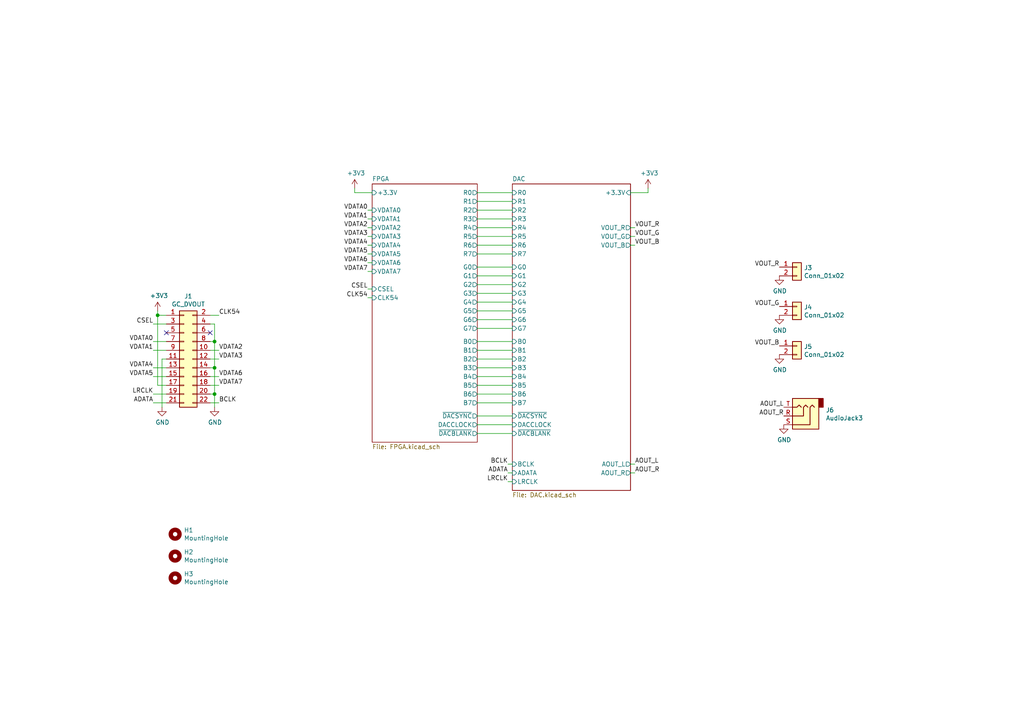
<source format=kicad_sch>
(kicad_sch (version 20231120) (generator "eeschema") (generator_version "8.0")
  (paper "A4")
  (lib_symbols
    (symbol "Connector:AudioJack3"
      (property "Reference" "J" (at 0 8.89 0))
      (property "Value" "AudioJack3" (at 0 6.35 0))
      (symbol "AudioJack3_0_1"
        (rectangle (start -5.08 -5.08) (end -6.35 -2.54) (stroke (width 0.254)) (fill (type outline)))
        (polyline (pts (xy 0 -2.54) (xy 0.635 -3.175) (xy 1.27 -2.54) (xy 2.54 -2.54)) (stroke (width 0.254)))
        (polyline (pts (xy -1.905 -2.54) (xy -1.27 -3.175) (xy -0.635 -2.54) (xy -0.635 0) (xy 2.54 0)) (stroke (width 0.254)))
        (polyline (pts (xy 2.54 2.54) (xy -2.54 2.54) (xy -2.54 -2.54) (xy -3.175 -3.175) (xy -3.81 -2.54)) (stroke (width 0.254)))
        (rectangle (start 2.54 3.81) (end -5.08 -5.08) (stroke (width 0.254)) (fill (type background)))
      )
      (symbol "AudioJack3_1_1"
        (pin passive line (at 5.08 0 180) (length 2.54) (name "~") (number "R"))
        (pin passive line (at 5.08 2.54 180) (length 2.54) (name "~") (number "S"))
        (pin passive line (at 5.08 -2.54 180) (length 2.54) (name "~") (number "T"))
      )
    )
    (symbol "Connector_Generic:Conn_01x02" (pin_names (offset 1.016) hide)
      (property "Reference" "J" (at 0 2.54 0))
      (property "Value" "Conn_01x02" (at 0 -5.08 0))
      (symbol "Conn_01x02_1_1"
        (rectangle (start -1.27 -2.413) (end 0 -2.667) (stroke (width 0.1524)))
        (rectangle (start -1.27 0.127) (end 0 -0.127) (stroke (width 0.1524)))
        (rectangle (start -1.27 1.27) (end 1.27 -3.81) (stroke (width 0.254)) (fill (type background)))
        (pin passive line (at -5.08 0 0) (length 3.81) (name "Pin_1") (number "1"))
        (pin passive line (at -5.08 -2.54 0) (length 3.81) (name "Pin_2") (number "2"))
      )
    )
    (symbol "Connector_Generic:Conn_02x11_Odd_Even" (pin_names (offset 1.016) hide)
      (property "Reference" "J" (at 1.27 15.24 0))
      (property "Value" "Conn_02x11_Odd_Even" (at 1.27 -15.24 0))
      (symbol "Conn_02x11_Odd_Even_1_1"
        (rectangle (start -1.27 -12.573) (end 0 -12.827) (stroke (width 0.1524)))
        (rectangle (start -1.27 -10.033) (end 0 -10.287) (stroke (width 0.1524)))
        (rectangle (start -1.27 -7.493) (end 0 -7.747) (stroke (width 0.1524)))
        (rectangle (start -1.27 -4.953) (end 0 -5.207) (stroke (width 0.1524)))
        (rectangle (start -1.27 -2.413) (end 0 -2.667) (stroke (width 0.1524)))
        (rectangle (start -1.27 0.127) (end 0 -0.127) (stroke (width 0.1524)))
        (rectangle (start -1.27 2.667) (end 0 2.413) (stroke (width 0.1524)))
        (rectangle (start -1.27 5.207) (end 0 4.953) (stroke (width 0.1524)))
        (rectangle (start -1.27 7.747) (end 0 7.493) (stroke (width 0.1524)))
        (rectangle (start -1.27 10.287) (end 0 10.033) (stroke (width 0.1524)))
        (rectangle (start -1.27 12.827) (end 0 12.573) (stroke (width 0.1524)))
        (rectangle (start -1.27 13.97) (end 3.81 -13.97) (stroke (width 0.254)) (fill (type background)))
        (rectangle (start 3.81 -12.573) (end 2.54 -12.827) (stroke (width 0.1524)))
        (rectangle (start 3.81 -10.033) (end 2.54 -10.287) (stroke (width 0.1524)))
        (rectangle (start 3.81 -7.493) (end 2.54 -7.747) (stroke (width 0.1524)))
        (rectangle (start 3.81 -4.953) (end 2.54 -5.207) (stroke (width 0.1524)))
        (rectangle (start 3.81 -2.413) (end 2.54 -2.667) (stroke (width 0.1524)))
        (rectangle (start 3.81 0.127) (end 2.54 -0.127) (stroke (width 0.1524)))
        (rectangle (start 3.81 2.667) (end 2.54 2.413) (stroke (width 0.1524)))
        (rectangle (start 3.81 5.207) (end 2.54 4.953) (stroke (width 0.1524)))
        (rectangle (start 3.81 7.747) (end 2.54 7.493) (stroke (width 0.1524)))
        (rectangle (start 3.81 10.287) (end 2.54 10.033) (stroke (width 0.1524)))
        (rectangle (start 3.81 12.827) (end 2.54 12.573) (stroke (width 0.1524)))
        (pin passive line (at -5.08 12.7 0) (length 3.81) (name "Pin_1") (number "1"))
        (pin passive line (at 7.62 2.54 180) (length 3.81) (name "Pin_10") (number "10"))
        (pin passive line (at -5.08 0 0) (length 3.81) (name "Pin_11") (number "11"))
        (pin passive line (at 7.62 0 180) (length 3.81) (name "Pin_12") (number "12"))
        (pin passive line (at -5.08 -2.54 0) (length 3.81) (name "Pin_13") (number "13"))
        (pin passive line (at 7.62 -2.54 180) (length 3.81) (name "Pin_14") (number "14"))
        (pin passive line (at -5.08 -5.08 0) (length 3.81) (name "Pin_15") (number "15"))
        (pin passive line (at 7.62 -5.08 180) (length 3.81) (name "Pin_16") (number "16"))
        (pin passive line (at -5.08 -7.62 0) (length 3.81) (name "Pin_17") (number "17"))
        (pin passive line (at 7.62 -7.62 180) (length 3.81) (name "Pin_18") (number "18"))
        (pin passive line (at -5.08 -10.16 0) (length 3.81) (name "Pin_19") (number "19"))
        (pin passive line (at 7.62 12.7 180) (length 3.81) (name "Pin_2") (number "2"))
        (pin passive line (at 7.62 -10.16 180) (length 3.81) (name "Pin_20") (number "20"))
        (pin passive line (at -5.08 -12.7 0) (length 3.81) (name "Pin_21") (number "21"))
        (pin passive line (at 7.62 -12.7 180) (length 3.81) (name "Pin_22") (number "22"))
        (pin passive line (at -5.08 10.16 0) (length 3.81) (name "Pin_3") (number "3"))
        (pin passive line (at 7.62 10.16 180) (length 3.81) (name "Pin_4") (number "4"))
        (pin passive line (at -5.08 7.62 0) (length 3.81) (name "Pin_5") (number "5"))
        (pin passive line (at 7.62 7.62 180) (length 3.81) (name "Pin_6") (number "6"))
        (pin passive line (at -5.08 5.08 0) (length 3.81) (name "Pin_7") (number "7"))
        (pin passive line (at 7.62 5.08 180) (length 3.81) (name "Pin_8") (number "8"))
        (pin passive line (at -5.08 2.54 0) (length 3.81) (name "Pin_9") (number "9"))
      )
    )
    (symbol "GC_Video_Adapter-rescue:+3.3V-power" (power) (pin_names (offset 0))
      (property "Value" "+3.3V-power" (at 0 3.556 0))
      (symbol "+3.3V-power_0_1"
        (polyline (pts (xy -0.762 1.27) (xy 0 2.54)))
        (polyline (pts (xy 0 0) (xy 0 2.54)))
        (polyline (pts (xy 0 2.54) (xy 0.762 1.27)))
      )
      (symbol "+3.3V-power_1_1"
        (pin power_in line (at 0 0 90) (length 0) hide (name "+3V3") (number "1"))
      )
    )
    (symbol "Mechanical:MountingHole" (pin_names (offset 1.016))
      (property "Reference" "H" (at 0 5.08 0))
      (property "Value" "MountingHole" (at 0 3.175 0))
      (symbol "MountingHole_0_1"
        (circle (center 0 0) (radius 1.27) (stroke (width 1.27)))
      )
    )
    (symbol "power:GND" (power) (pin_names (offset 0))
      (property "Value" "GND" (at 0 -3.81 0))
      (symbol "GND_0_1"
        (polyline (pts (xy 0 0) (xy 0 -1.27) (xy 1.27 -1.27) (xy 0 -2.54) (xy -1.27 -1.27) (xy 0 -1.27)))
      )
      (symbol "GND_1_1"
        (pin power_in line (at 0 0 270) (length 0) hide (name "GND") (number "1"))
      )
    )
  )
  (junction (at 62.23 99.06))
  (junction (at 62.23 114.3))
  (junction (at 45.72 91.44))
  (junction (at 62.23 106.68))
  (no_connect (at 60.96 96.52))
  (no_connect (at 48.26 96.52))
  (wire (pts (xy 138.43 125.73) (xy 148.59 125.73)))
  (wire (pts (xy 182.88 68.58) (xy 184.15 68.58)))
  (wire (pts (xy 148.59 68.58) (xy 138.43 68.58)))
  (wire (pts (xy 48.26 109.22) (xy 44.45 109.22)))
  (wire (pts (xy 48.26 111.76) (xy 45.72 111.76)))
  (wire (pts (xy 63.5 111.76) (xy 60.96 111.76)))
  (wire (pts (xy 138.43 87.63) (xy 148.59 87.63)))
  (wire (pts (xy 148.59 114.3) (xy 138.43 114.3)))
  (wire (pts (xy 62.23 118.11) (xy 62.23 114.3)))
  (wire (pts (xy 45.72 111.76) (xy 45.72 91.44)))
  (wire (pts (xy 184.15 71.12) (xy 182.88 71.12)))
  (wire (pts (xy 60.96 116.84) (xy 63.5 116.84)))
  (wire (pts (xy 106.68 63.5) (xy 107.95 63.5)))
  (wire (pts (xy 48.26 93.98) (xy 44.45 93.98)))
  (wire (pts (xy 138.43 66.04) (xy 148.59 66.04)))
  (wire (pts (xy 138.43 111.76) (xy 148.59 111.76)))
  (wire (pts (xy 148.59 58.42) (xy 138.43 58.42)))
  (wire (pts (xy 148.59 104.14) (xy 138.43 104.14)))
  (wire (pts (xy 44.45 106.68) (xy 48.26 106.68)))
  (wire (pts (xy 106.68 76.2) (xy 107.95 76.2)))
  (wire (pts (xy 184.15 66.04) (xy 182.88 66.04)))
  (wire (pts (xy 182.88 55.88) (xy 187.96 55.88)))
  (wire (pts (xy 45.72 91.44) (xy 48.26 91.44)))
  (wire (pts (xy 48.26 116.84) (xy 44.45 116.84)))
  (wire (pts (xy 184.15 134.62) (xy 182.88 134.62)))
  (wire (pts (xy 148.59 85.09) (xy 138.43 85.09)))
  (wire (pts (xy 60.96 109.22) (xy 63.5 109.22)))
  (wire (pts (xy 138.43 71.12) (xy 148.59 71.12)))
  (wire (pts (xy 187.96 55.88) (xy 187.96 54.61)))
  (wire (pts (xy 44.45 114.3) (xy 48.26 114.3)))
  (wire (pts (xy 106.68 86.36) (xy 107.95 86.36)))
  (wire (pts (xy 138.43 101.6) (xy 148.59 101.6)))
  (wire (pts (xy 138.43 60.96) (xy 148.59 60.96)))
  (wire (pts (xy 138.43 82.55) (xy 148.59 82.55)))
  (wire (pts (xy 46.99 104.14) (xy 46.99 118.11)))
  (wire (pts (xy 44.45 99.06) (xy 48.26 99.06)))
  (wire (pts (xy 138.43 92.71) (xy 148.59 92.71)))
  (wire (pts (xy 148.59 109.22) (xy 138.43 109.22)))
  (wire (pts (xy 147.32 134.62) (xy 148.59 134.62)))
  (wire (pts (xy 147.32 137.16) (xy 148.59 137.16)))
  (wire (pts (xy 106.68 73.66) (xy 107.95 73.66)))
  (wire (pts (xy 62.23 99.06) (xy 60.96 99.06)))
  (wire (pts (xy 138.43 120.65) (xy 148.59 120.65)))
  (wire (pts (xy 60.96 101.6) (xy 63.5 101.6)))
  (wire (pts (xy 148.59 90.17) (xy 138.43 90.17)))
  (wire (pts (xy 147.32 139.7) (xy 148.59 139.7)))
  (wire (pts (xy 63.5 104.14) (xy 60.96 104.14)))
  (wire (pts (xy 138.43 55.88) (xy 148.59 55.88)))
  (wire (pts (xy 48.26 104.14) (xy 46.99 104.14)))
  (wire (pts (xy 60.96 114.3) (xy 62.23 114.3)))
  (wire (pts (xy 62.23 106.68) (xy 62.23 99.06)))
  (wire (pts (xy 106.68 78.74) (xy 107.95 78.74)))
  (wire (pts (xy 107.95 68.58) (xy 106.68 68.58)))
  (wire (pts (xy 107.95 60.96) (xy 106.68 60.96)))
  (wire (pts (xy 62.23 99.06) (xy 62.23 93.98)))
  (wire (pts (xy 62.23 93.98) (xy 60.96 93.98)))
  (wire (pts (xy 148.59 123.19) (xy 138.43 123.19)))
  (wire (pts (xy 44.45 101.6) (xy 48.26 101.6)))
  (wire (pts (xy 106.68 71.12) (xy 107.95 71.12)))
  (wire (pts (xy 107.95 83.82) (xy 106.68 83.82)))
  (wire (pts (xy 138.43 99.06) (xy 148.59 99.06)))
  (wire (pts (xy 182.88 137.16) (xy 184.15 137.16)))
  (wire (pts (xy 138.43 116.84) (xy 148.59 116.84)))
  (wire (pts (xy 138.43 106.68) (xy 148.59 106.68)))
  (wire (pts (xy 148.59 80.01) (xy 138.43 80.01)))
  (wire (pts (xy 138.43 77.47) (xy 148.59 77.47)))
  (wire (pts (xy 107.95 55.88) (xy 102.87 55.88)))
  (wire (pts (xy 45.72 90.17) (xy 45.72 91.44)))
  (wire (pts (xy 60.96 91.44) (xy 63.5 91.44)))
  (wire (pts (xy 148.59 63.5) (xy 138.43 63.5)))
  (wire (pts (xy 148.59 73.66) (xy 138.43 73.66)))
  (wire (pts (xy 102.87 55.88) (xy 102.87 54.61)))
  (wire (pts (xy 106.68 66.04) (xy 107.95 66.04)))
  (wire (pts (xy 60.96 106.68) (xy 62.23 106.68)))
  (wire (pts (xy 138.43 95.25) (xy 148.59 95.25)))
  (wire (pts (xy 62.23 114.3) (xy 62.23 106.68)))
  (label "AOUT_L" (at 184.15 134.62 0))
  (label "VOUT_G" (at 226.06 88.9 180))
  (label "VOUT_B" (at 184.15 71.12 0))
  (label "VDATA3" (at 63.5 104.14 0))
  (label "VDATA7" (at 106.68 78.74 180))
  (label "VDATA1" (at 44.45 101.6 180))
  (label "ADATA" (at 147.32 137.16 180))
  (label "AOUT_R" (at 227.33 120.65 180))
  (label "VDATA2" (at 63.5 101.6 0))
  (label "VDATA2" (at 106.68 66.04 180))
  (label "VOUT_G" (at 184.15 68.58 0))
  (label "VOUT_R" (at 184.15 66.04 0))
  (label "CLK54" (at 106.68 86.36 180))
  (label "VDATA6" (at 63.5 109.22 0))
  (label "LRCLK" (at 147.32 139.7 180))
  (label "VOUT_R" (at 226.06 77.47 180))
  (label "VDATA7" (at 63.5 111.76 0))
  (label "VDATA5" (at 44.45 109.22 180))
  (label "VDATA5" (at 106.68 73.66 180))
  (label "CLK54" (at 63.5 91.44 0))
  (label "VDATA4" (at 106.68 71.12 180))
  (label "AOUT_L" (at 227.33 118.11 180))
  (label "VDATA0" (at 44.45 99.06 180))
  (label "BCLK" (at 147.32 134.62 180))
  (label "VDATA6" (at 106.68 76.2 180))
  (label "LRCLK" (at 44.45 114.3 180))
  (label "CSEL" (at 106.68 83.82 180))
  (label "VDATA4" (at 44.45 106.68 180))
  (label "ADATA" (at 44.45 116.84 180))
  (label "VDATA0" (at 106.68 60.96 180))
  (label "VDATA3" (at 106.68 68.58 180))
  (label "CSEL" (at 44.45 93.98 180))
  (label "AOUT_R" (at 184.15 137.16 0))
  (label "BCLK" (at 63.5 116.84 0))
  (label "VOUT_B" (at 226.06 100.33 180))
  (label "VDATA1" (at 106.68 63.5 180))
  (symbol (lib_id "GC_Video_Adapter-rescue:+3.3V-power") (at 102.87 54.61 0) (unit 1)
    (property "Reference" "#PWR01" (effects (hide yes)))
    (property "Value" "+3V3" (at 103.251 50.2158 0))
  )
  (symbol (lib_id "power:GND") (at 62.23 118.11 0) (unit 1)
    (property "Reference" "#PWR06" (effects (hide yes)))
    (property "Value" "GND" (at 62.357 122.5042 0))
  )
  (symbol (lib_id "power:GND") (at 46.99 118.11 0) (unit 1)
    (property "Reference" "#PWR05" (effects (hide yes)))
    (property "Value" "GND" (at 47.117 122.5042 0))
  )
  (symbol (lib_id "Connector_Generic:Conn_02x11_Odd_Even") (at 53.34 104.14 0) (unit 1)
    (property "Reference" "J1" (at 54.61 85.9282 0))
    (property "Value" "GC_DVOUT" (at 54.61 88.2396 0))
    (property "Footprint" "Connector_Gamecube:GC-Connector-01" (effects (hide yes)))
    (property "Datasheet" "https://insurrectionindustries.com/product/gamecube-digital-av-connector/" (effects (hide yes)))
    (property "Manufacturer Part Number" "GC-Connector-01" (effects (hide yes)))
  )
  (symbol (lib_id "GC_Video_Adapter-rescue:+3.3V-power") (at 45.72 90.17 0) (unit 1)
    (property "Reference" "#PWR07" (effects (hide yes)))
    (property "Value" "+3V3" (at 46.101 85.7758 0))
  )
  (symbol (lib_id "Connector:AudioJack3") (at 232.41 120.65 180) (unit 1)
    (property "Reference" "J6" (at 239.522 118.9482 0) (effects (justify right)))
    (property "Value" "AudioJack3" (at 239.522 121.2596 0) (effects (justify right)))
    (property "Footprint" "Connector_Audio_custom:Jack_3.5mm_CUI_SJ1-3533NG_Horizontal" (effects (hide yes)))
    (property "Datasheet" "https://www.cuidevices.com/product/resource/sj1-353xng.pdf" (effects (hide yes)))
    (property "Manufacturer Part Number" "SJ1-3533NG" (effects (hide yes)))
  )
  (symbol (lib_id "Connector_Generic:Conn_01x02") (at 231.14 77.47 0) (unit 1)
    (property "Reference" "J3" (at 233.172 77.6732 0) (effects (justify left)))
    (property "Value" "Conn_01x02" (at 233.172 79.9846 0) (effects (justify left)))
    (property "Footprint" "Connector_Wire:SolderWire-0.5sqmm_1x02_P4.6mm_D0.9mm_OD2.1mm" (effects (hide yes)))
  )
  (symbol (lib_id "Connector_Generic:Conn_01x02") (at 231.14 88.9 0) (unit 1)
    (property "Reference" "J4" (at 233.172 89.1032 0) (effects (justify left)))
    (property "Value" "Conn_01x02" (at 233.172 91.4146 0) (effects (justify left)))
    (property "Footprint" "Connector_Wire:SolderWire-0.5sqmm_1x02_P4.6mm_D0.9mm_OD2.1mm" (effects (hide yes)))
  )
  (symbol (lib_id "Connector_Generic:Conn_01x02") (at 231.14 100.33 0) (unit 1)
    (property "Reference" "J5" (at 233.172 100.5332 0) (effects (justify left)))
    (property "Value" "Conn_01x02" (at 233.172 102.8446 0) (effects (justify left)))
    (property "Footprint" "Connector_Wire:SolderWire-0.5sqmm_1x02_P4.6mm_D0.9mm_OD2.1mm" (effects (hide yes)))
  )
  (symbol (lib_id "power:GND") (at 226.06 80.01 0) (unit 1)
    (property "Reference" "#PWR055" (effects (hide yes)))
    (property "Value" "GND" (at 226.187 84.4042 0))
  )
  (symbol (lib_id "power:GND") (at 226.06 91.44 0) (unit 1)
    (property "Reference" "#PWR056" (effects (hide yes)))
    (property "Value" "GND" (at 226.187 95.8342 0))
  )
  (symbol (lib_id "power:GND") (at 226.06 102.87 0) (unit 1)
    (property "Reference" "#PWR057" (effects (hide yes)))
    (property "Value" "GND" (at 226.187 107.2642 0))
  )
  (symbol (lib_id "power:GND") (at 227.33 123.19 0) (unit 1)
    (property "Reference" "#PWR059" (effects (hide yes)))
    (property "Value" "GND" (at 227.457 127.5842 0))
  )
  (symbol (lib_id "Mechanical:MountingHole") (at 50.8 154.94 0) (unit 1)
    (property "Reference" "H1" (at 53.34 153.7716 0) (effects (justify left)))
    (property "Value" "MountingHole" (at 53.34 156.083 0) (effects (justify left)))
    (property "Footprint" "MountingHole:MountingHole_3.2mm_M3" (effects (hide yes)))
  )
  (symbol (lib_id "Mechanical:MountingHole") (at 50.8 161.29 0) (unit 1)
    (property "Reference" "H2" (at 53.34 160.1216 0) (effects (justify left)))
    (property "Value" "MountingHole" (at 53.34 162.433 0) (effects (justify left)))
    (property "Footprint" "MountingHole:MountingHole_3.2mm_M3" (effects (hide yes)))
  )
  (symbol (lib_id "Mechanical:MountingHole") (at 50.8 167.64 0) (unit 1)
    (property "Reference" "H3" (at 53.34 166.4716 0) (effects (justify left)))
    (property "Value" "MountingHole" (at 53.34 168.783 0) (effects (justify left)))
    (property "Footprint" "MountingHole:MountingHole_3.2mm_M3" (effects (hide yes)))
  )
  (symbol (lib_id "GC_Video_Adapter-rescue:+3.3V-power") (at 187.96 54.61 0) (unit 1)
    (property "Reference" "#PWR02" (effects (hide yes)))
    (property "Value" "+3V3" (at 188.341 50.2158 0))
  )
  (sheet (at 148.59 53.34) (size 34.29 88.9)
    (property "Sheetname" "DAC" (at 148.59 52.6284 0) (effects (justify left bottom)))
    (property "Sheetfile" "DAC.kicad_sch" (at 148.59 142.8246 0) (effects (justify left top)))
    (pin "R0" input (at 148.59 55.88 180))
    (pin "R1" input (at 148.59 58.42 180))
    (pin "R2" input (at 148.59 60.96 180))
    (pin "R3" input (at 148.59 63.5 180))
    (pin "R4" input (at 148.59 66.04 180))
    (pin "R5" input (at 148.59 68.58 180))
    (pin "R6" input (at 148.59 71.12 180))
    (pin "R7" input (at 148.59 73.66 180))
    (pin "G0" input (at 148.59 77.47 180))
    (pin "G1" input (at 148.59 80.01 180))
    (pin "G2" input (at 148.59 82.55 180))
    (pin "G3" input (at 148.59 85.09 180))
    (pin "G4" input (at 148.59 87.63 180))
    (pin "G5" input (at 148.59 90.17 180))
    (pin "G6" input (at 148.59 92.71 180))
    (pin "G7" input (at 148.59 95.25 180))
    (pin "B0" input (at 148.59 99.06 180))
    (pin "B1" input (at 148.59 101.6 180))
    (pin "B2" input (at 148.59 104.14 180))
    (pin "B3" input (at 148.59 106.68 180))
    (pin "B4" input (at 148.59 109.22 180))
    (pin "B5" input (at 148.59 111.76 180))
    (pin "B6" input (at 148.59 114.3 180))
    (pin "B7" input (at 148.59 116.84 180))
    (pin "~{DACSYNC}" input (at 148.59 120.65 180))
    (pin "DACCLOCK" input (at 148.59 123.19 180))
    (pin "+3.3V" input (at 182.88 55.88 0))
    (pin "BCLK" input (at 148.59 134.62 180))
    (pin "ADATA" input (at 148.59 137.16 180))
    (pin "LRCLK" input (at 148.59 139.7 180))
    (pin "VOUT_R" output (at 182.88 66.04 0))
    (pin "VOUT_G" output (at 182.88 68.58 0))
    (pin "VOUT_B" output (at 182.88 71.12 0))
    (pin "AOUT_L" output (at 182.88 134.62 0))
    (pin "AOUT_R" output (at 182.88 137.16 0))
    (pin "~{DACBLANK}" input (at 148.59 125.73 180))
  )
  (sheet (at 107.95 53.34) (size 30.48 74.93)
    (property "Sheetname" "FPGA" (at 107.95 52.6284 0) (effects (justify left bottom)))
    (property "Sheetfile" "FPGA.kicad_sch" (at 107.95 128.8546 0) (effects (justify left top)))
    (pin "VDATA0" input (at 107.95 60.96 180))
    (pin "VDATA1" input (at 107.95 63.5 180))
    (pin "VDATA2" input (at 107.95 66.04 180))
    (pin "VDATA3" input (at 107.95 68.58 180))
    (pin "VDATA4" input (at 107.95 71.12 180))
    (pin "VDATA5" input (at 107.95 73.66 180))
    (pin "VDATA6" input (at 107.95 76.2 180))
    (pin "VDATA7" input (at 107.95 78.74 180))
    (pin "CSEL" input (at 107.95 83.82 180))
    (pin "CLK54" input (at 107.95 86.36 180))
    (pin "+3.3V" input (at 107.95 55.88 180))
    (pin "R0" output (at 138.43 55.88 0))
    (pin "R1" output (at 138.43 58.42 0))
    (pin "R2" output (at 138.43 60.96 0))
    (pin "R3" output (at 138.43 63.5 0))
    (pin "R4" output (at 138.43 66.04 0))
    (pin "R5" output (at 138.43 68.58 0))
    (pin "R6" output (at 138.43 71.12 0))
    (pin "R7" output (at 138.43 73.66 0))
    (pin "G0" output (at 138.43 77.47 0))
    (pin "G1" output (at 138.43 80.01 0))
    (pin "G2" output (at 138.43 82.55 0))
    (pin "G3" output (at 138.43 85.09 0))
    (pin "G4" output (at 138.43 87.63 0))
    (pin "G5" output (at 138.43 90.17 0))
    (pin "G6" output (at 138.43 92.71 0))
    (pin "G7" output (at 138.43 95.25 0))
    (pin "B0" output (at 138.43 99.06 0))
    (pin "B1" output (at 138.43 101.6 0))
    (pin "B2" output (at 138.43 104.14 0))
    (pin "B3" output (at 138.43 106.68 0))
    (pin "B4" output (at 138.43 109.22 0))
    (pin "B5" output (at 138.43 111.76 0))
    (pin "B6" output (at 138.43 114.3 0))
    (pin "B7" output (at 138.43 116.84 0))
    (pin "~{DACSYNC}" output (at 138.43 120.65 0))
    (pin "DACCLOCK" output (at 138.43 123.19 0))
    (pin "~{DACBLANK}" output (at 138.43 125.73 0))
  )
)
</source>
